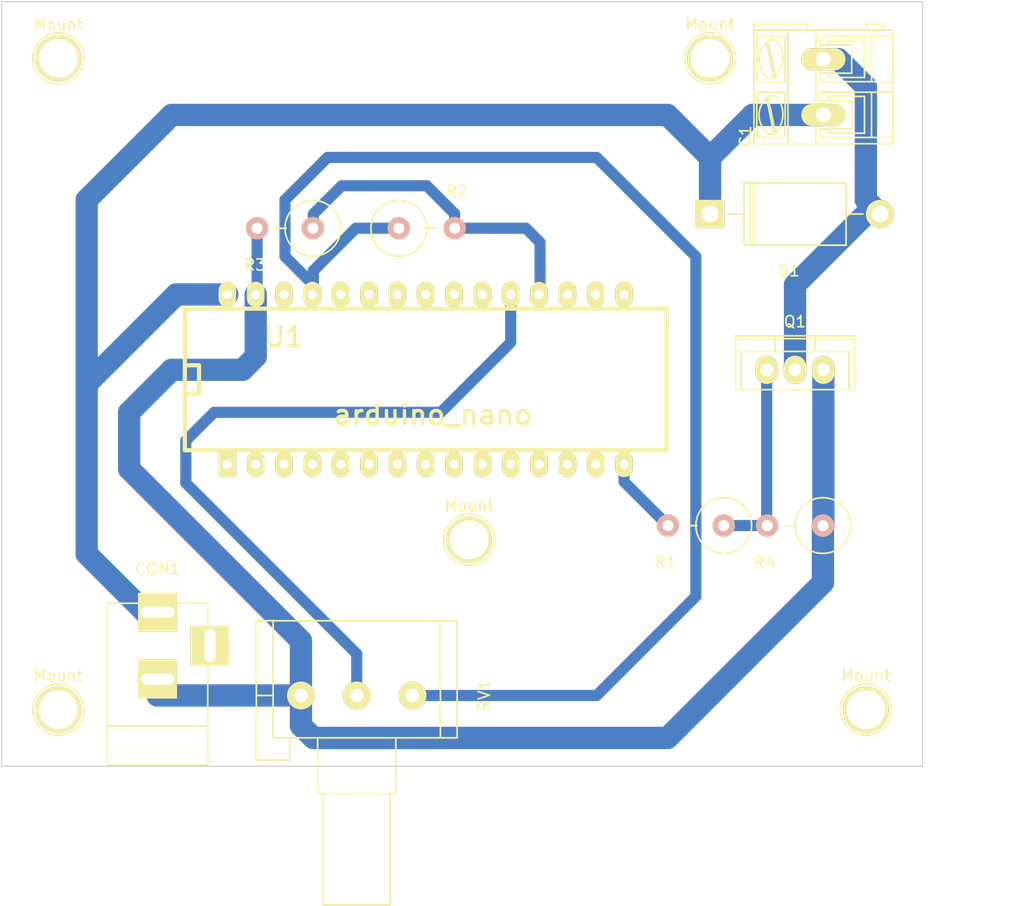
<source format=kicad_pcb>
(kicad_pcb (version 4) (host pcbnew "(2015-08-05 BZR 6055, Git fa29c62)-product")

  (general
    (links 18)
    (no_connects 0)
    (area 109.169999 71.069999 194.630572 152.726081)
    (thickness 1.6)
    (drawings 7)
    (tracks 76)
    (zones 0)
    (modules 15)
    (nets 9)
  )

  (page A4)
  (layers
    (0 F.Cu signal)
    (31 B.Cu signal)
    (32 B.Adhes user)
    (33 F.Adhes user)
    (34 B.Paste user)
    (35 F.Paste user)
    (36 B.SilkS user)
    (37 F.SilkS user)
    (38 B.Mask user)
    (39 F.Mask user)
    (40 Dwgs.User user)
    (41 Cmts.User user)
    (42 Eco1.User user)
    (43 Eco2.User user)
    (44 Edge.Cuts user)
    (45 Margin user)
    (46 B.CrtYd user)
    (47 F.CrtYd user)
    (48 B.Fab user)
    (49 F.Fab user)
  )

  (setup
    (last_trace_width 1)
    (user_trace_width 1)
    (user_trace_width 1.5)
    (user_trace_width 2)
    (trace_clearance 0.254)
    (zone_clearance 0.508)
    (zone_45_only no)
    (trace_min 0.2)
    (segment_width 0.2)
    (edge_width 0.1)
    (via_size 2)
    (via_drill 0.75)
    (via_min_size 0.4)
    (via_min_drill 0.3)
    (uvia_size 2)
    (uvia_drill 1)
    (uvias_allowed no)
    (uvia_min_size 0.2)
    (uvia_min_drill 0.1)
    (pcb_text_width 0.3)
    (pcb_text_size 1.5 1.5)
    (mod_edge_width 0.15)
    (mod_text_size 1 1)
    (mod_text_width 0.15)
    (pad_size 4.1 4.1)
    (pad_drill 3.5)
    (pad_to_mask_clearance 0)
    (aux_axis_origin 0 0)
    (visible_elements 7FFFFFFF)
    (pcbplotparams
      (layerselection 0x00000_80000000)
      (usegerberextensions false)
      (excludeedgelayer false)
      (linewidth 0.100000)
      (plotframeref false)
      (viasonmask false)
      (mode 1)
      (useauxorigin false)
      (hpglpennumber 1)
      (hpglpenspeed 20)
      (hpglpendiameter 15)
      (hpglpenoverlay 2)
      (psnegative false)
      (psa4output false)
      (plotreference true)
      (plotvalue true)
      (plotinvisibletext false)
      (padsonsilk false)
      (subtractmaskfromsilk false)
      (outputformat 4)
      (mirror false)
      (drillshape 2)
      (scaleselection 1)
      (outputdirectory ""))
  )

  (net 0 "")
  (net 1 +12V)
  (net 2 "Net-(C1-Pad2)")
  (net 3 GND)
  (net 4 "Net-(Q1-Pad1)")
  (net 5 "Net-(R1-Pad2)")
  (net 6 +5V)
  (net 7 "Net-(R2-Pad2)")
  (net 8 "Net-(RV1-Pad2)")

  (net_class Default "This is the default net class."
    (clearance 0.254)
    (trace_width 1)
    (via_dia 2)
    (via_drill 0.75)
    (uvia_dia 2)
    (uvia_drill 1)
    (add_net +12V)
    (add_net "Net-(C1-Pad2)")
    (add_net "Net-(Q1-Pad1)")
    (add_net "Net-(R1-Pad2)")
    (add_net "Net-(R2-Pad2)")
    (add_net "Net-(RV1-Pad2)")
  )

  (net_class 5V ""
    (clearance 0.5)
    (trace_width 1.5)
    (via_dia 2.5)
    (via_drill 0.75)
    (uvia_dia 2.5)
    (uvia_drill 1.5)
    (add_net +5V)
  )

  (net_class GND ""
    (clearance 0.5)
    (trace_width 1.5)
    (via_dia 2.5)
    (via_drill 0.75)
    (uvia_dia 2.5)
    (uvia_drill 1.5)
    (add_net GND)
  )

  (module Connect:1pin (layer F.Cu) (tedit 561CEF0E) (tstamp 561CF7A2)
    (at 151.13 119.38)
    (descr "module 1 pin (ou trou mecanique de percage)")
    (tags DEV)
    (fp_text reference Mount (at 0 -3.048) (layer F.SilkS)
      (effects (font (size 1 1) (thickness 0.15)))
    )
    (fp_text value 1pin (at 0 2.794) (layer F.Fab) hide
      (effects (font (size 1 1) (thickness 0.15)))
    )
    (fp_circle (center 0 0) (end 0 -2.286) (layer F.SilkS) (width 0.15))
    (pad 1 thru_hole circle (at 0 0) (size 4.1 4.1) (drill 3.5) (layers *.Cu *.Mask F.SilkS))
  )

  (module Connect:1pin (layer F.Cu) (tedit 561CEF0E) (tstamp 561CF6FE)
    (at 114.3 134.62)
    (descr "module 1 pin (ou trou mecanique de percage)")
    (tags DEV)
    (fp_text reference Mount (at 0 -3.048) (layer F.SilkS)
      (effects (font (size 1 1) (thickness 0.15)))
    )
    (fp_text value 1pin (at 0 2.794) (layer F.Fab) hide
      (effects (font (size 1 1) (thickness 0.15)))
    )
    (fp_circle (center 0 0) (end 0 -2.286) (layer F.SilkS) (width 0.15))
    (pad 1 thru_hole circle (at 0 0) (size 4.1 4.1) (drill 3.5) (layers *.Cu *.Mask F.SilkS))
  )

  (module Connect:1pin (layer F.Cu) (tedit 561CEF0E) (tstamp 561CF15A)
    (at 186.69 134.62)
    (descr "module 1 pin (ou trou mecanique de percage)")
    (tags DEV)
    (fp_text reference Mount (at 0 -3.048) (layer F.SilkS)
      (effects (font (size 1 1) (thickness 0.15)))
    )
    (fp_text value 1pin (at 0 2.794) (layer F.Fab) hide
      (effects (font (size 1 1) (thickness 0.15)))
    )
    (fp_circle (center 0 0) (end 0 -2.286) (layer F.SilkS) (width 0.15))
    (pad 1 thru_hole circle (at 0 0) (size 4.1 4.1) (drill 3.5) (layers *.Cu *.Mask F.SilkS))
  )

  (module Connect:1pin (layer F.Cu) (tedit 561CEF0E) (tstamp 561CF14B)
    (at 172.72 76.2)
    (descr "module 1 pin (ou trou mecanique de percage)")
    (tags DEV)
    (fp_text reference Mount (at 0 -3.048) (layer F.SilkS)
      (effects (font (size 1 1) (thickness 0.15)))
    )
    (fp_text value 1pin (at 0 2.794) (layer F.Fab) hide
      (effects (font (size 1 1) (thickness 0.15)))
    )
    (fp_circle (center 0 0) (end 0 -2.286) (layer F.SilkS) (width 0.15))
    (pad 1 thru_hole circle (at 0 0) (size 4.1 4.1) (drill 3.5) (layers *.Cu *.Mask F.SilkS))
  )

  (module Connect:AK300-2 (layer F.Cu) (tedit 54792136) (tstamp 561CB8E8)
    (at 182.88 81.28 90)
    (descr CONNECTOR)
    (tags CONNECTOR)
    (path /55D488CE)
    (attr virtual)
    (fp_text reference C1 (at -1.92 -6.985 90) (layer F.SilkS)
      (effects (font (size 1 1) (thickness 0.15)))
    )
    (fp_text value DCONN_2 (at 2.779 7.747 90) (layer F.Fab)
      (effects (font (size 1 1) (thickness 0.15)))
    )
    (fp_line (start 8.363 -6.473) (end -2.83 -6.473) (layer F.CrtYd) (width 0.05))
    (fp_line (start 8.363 6.473) (end 8.363 -6.473) (layer F.CrtYd) (width 0.05))
    (fp_line (start -2.83 6.473) (end 8.363 6.473) (layer F.CrtYd) (width 0.05))
    (fp_line (start -2.83 -6.473) (end -2.83 6.473) (layer F.CrtYd) (width 0.05))
    (fp_line (start -1.2596 2.54) (end 1.2804 2.54) (layer F.SilkS) (width 0.15))
    (fp_line (start 1.2804 2.54) (end 1.2804 -0.254) (layer F.SilkS) (width 0.15))
    (fp_line (start -1.2596 -0.254) (end 1.2804 -0.254) (layer F.SilkS) (width 0.15))
    (fp_line (start -1.2596 2.54) (end -1.2596 -0.254) (layer F.SilkS) (width 0.15))
    (fp_line (start 3.7442 2.54) (end 6.2842 2.54) (layer F.SilkS) (width 0.15))
    (fp_line (start 6.2842 2.54) (end 6.2842 -0.254) (layer F.SilkS) (width 0.15))
    (fp_line (start 3.7442 -0.254) (end 6.2842 -0.254) (layer F.SilkS) (width 0.15))
    (fp_line (start 3.7442 2.54) (end 3.7442 -0.254) (layer F.SilkS) (width 0.15))
    (fp_line (start 7.605 -6.223) (end 7.605 -3.175) (layer F.SilkS) (width 0.15))
    (fp_line (start 7.605 -6.223) (end -2.58 -6.223) (layer F.SilkS) (width 0.15))
    (fp_line (start 7.605 -6.223) (end 8.113 -6.223) (layer F.SilkS) (width 0.15))
    (fp_line (start 8.113 -6.223) (end 8.113 -1.397) (layer F.SilkS) (width 0.15))
    (fp_line (start 8.113 -1.397) (end 7.605 -1.651) (layer F.SilkS) (width 0.15))
    (fp_line (start 8.113 5.461) (end 7.605 5.207) (layer F.SilkS) (width 0.15))
    (fp_line (start 7.605 5.207) (end 7.605 6.223) (layer F.SilkS) (width 0.15))
    (fp_line (start 8.113 3.81) (end 7.605 4.064) (layer F.SilkS) (width 0.15))
    (fp_line (start 7.605 4.064) (end 7.605 5.207) (layer F.SilkS) (width 0.15))
    (fp_line (start 8.113 3.81) (end 8.113 5.461) (layer F.SilkS) (width 0.15))
    (fp_line (start 2.9822 6.223) (end 2.9822 4.318) (layer F.SilkS) (width 0.15))
    (fp_line (start 7.0462 -0.254) (end 7.0462 4.318) (layer F.SilkS) (width 0.15))
    (fp_line (start 2.9822 6.223) (end 7.0462 6.223) (layer F.SilkS) (width 0.15))
    (fp_line (start 7.0462 6.223) (end 7.605 6.223) (layer F.SilkS) (width 0.15))
    (fp_line (start 2.0424 6.223) (end 2.0424 4.318) (layer F.SilkS) (width 0.15))
    (fp_line (start 2.0424 6.223) (end 2.9822 6.223) (layer F.SilkS) (width 0.15))
    (fp_line (start -2.0216 -0.254) (end -2.0216 4.318) (layer F.SilkS) (width 0.15))
    (fp_line (start -2.58 6.223) (end -2.0216 6.223) (layer F.SilkS) (width 0.15))
    (fp_line (start -2.0216 6.223) (end 2.0424 6.223) (layer F.SilkS) (width 0.15))
    (fp_line (start 2.9822 4.318) (end 7.0462 4.318) (layer F.SilkS) (width 0.15))
    (fp_line (start 2.9822 4.318) (end 2.9822 -0.254) (layer F.SilkS) (width 0.15))
    (fp_line (start 7.0462 4.318) (end 7.0462 6.223) (layer F.SilkS) (width 0.15))
    (fp_line (start 2.0424 4.318) (end -2.0216 4.318) (layer F.SilkS) (width 0.15))
    (fp_line (start 2.0424 4.318) (end 2.0424 -0.254) (layer F.SilkS) (width 0.15))
    (fp_line (start -2.0216 4.318) (end -2.0216 6.223) (layer F.SilkS) (width 0.15))
    (fp_line (start 6.6652 3.683) (end 6.6652 0.508) (layer F.SilkS) (width 0.15))
    (fp_line (start 6.6652 3.683) (end 3.3632 3.683) (layer F.SilkS) (width 0.15))
    (fp_line (start 3.3632 3.683) (end 3.3632 0.508) (layer F.SilkS) (width 0.15))
    (fp_line (start 1.6614 3.683) (end 1.6614 0.508) (layer F.SilkS) (width 0.15))
    (fp_line (start 1.6614 3.683) (end -1.6406 3.683) (layer F.SilkS) (width 0.15))
    (fp_line (start -1.6406 3.683) (end -1.6406 0.508) (layer F.SilkS) (width 0.15))
    (fp_line (start -1.6406 0.508) (end -1.2596 0.508) (layer F.SilkS) (width 0.15))
    (fp_line (start 1.6614 0.508) (end 1.2804 0.508) (layer F.SilkS) (width 0.15))
    (fp_line (start 3.3632 0.508) (end 3.7442 0.508) (layer F.SilkS) (width 0.15))
    (fp_line (start 6.6652 0.508) (end 6.2842 0.508) (layer F.SilkS) (width 0.15))
    (fp_line (start -2.58 6.223) (end -2.58 -0.635) (layer F.SilkS) (width 0.15))
    (fp_line (start -2.58 -0.635) (end -2.58 -3.175) (layer F.SilkS) (width 0.15))
    (fp_line (start 7.605 -1.651) (end 7.605 -0.635) (layer F.SilkS) (width 0.15))
    (fp_line (start 7.605 -0.635) (end 7.605 4.064) (layer F.SilkS) (width 0.15))
    (fp_line (start -2.58 -3.175) (end 7.605 -3.175) (layer F.SilkS) (width 0.15))
    (fp_line (start -2.58 -3.175) (end -2.58 -6.223) (layer F.SilkS) (width 0.15))
    (fp_line (start 7.605 -3.175) (end 7.605 -1.651) (layer F.SilkS) (width 0.15))
    (fp_line (start 2.9822 -3.429) (end 2.9822 -5.969) (layer F.SilkS) (width 0.15))
    (fp_line (start 2.9822 -5.969) (end 7.0462 -5.969) (layer F.SilkS) (width 0.15))
    (fp_line (start 7.0462 -5.969) (end 7.0462 -3.429) (layer F.SilkS) (width 0.15))
    (fp_line (start 7.0462 -3.429) (end 2.9822 -3.429) (layer F.SilkS) (width 0.15))
    (fp_line (start 2.0424 -3.429) (end 2.0424 -5.969) (layer F.SilkS) (width 0.15))
    (fp_line (start 2.0424 -3.429) (end -2.0216 -3.429) (layer F.SilkS) (width 0.15))
    (fp_line (start -2.0216 -3.429) (end -2.0216 -5.969) (layer F.SilkS) (width 0.15))
    (fp_line (start 2.0424 -5.969) (end -2.0216 -5.969) (layer F.SilkS) (width 0.15))
    (fp_line (start 3.3886 -4.445) (end 6.4366 -5.08) (layer F.SilkS) (width 0.15))
    (fp_line (start 3.5156 -4.318) (end 6.5636 -4.953) (layer F.SilkS) (width 0.15))
    (fp_line (start -1.6152 -4.445) (end 1.43534 -5.08) (layer F.SilkS) (width 0.15))
    (fp_line (start -1.4882 -4.318) (end 1.5598 -4.953) (layer F.SilkS) (width 0.15))
    (fp_line (start -2.0216 -0.254) (end -1.6406 -0.254) (layer F.SilkS) (width 0.15))
    (fp_line (start 2.0424 -0.254) (end 1.6614 -0.254) (layer F.SilkS) (width 0.15))
    (fp_line (start 1.6614 -0.254) (end -1.6406 -0.254) (layer F.SilkS) (width 0.15))
    (fp_line (start -2.58 -0.635) (end -1.6406 -0.635) (layer F.SilkS) (width 0.15))
    (fp_line (start -1.6406 -0.635) (end 1.6614 -0.635) (layer F.SilkS) (width 0.15))
    (fp_line (start 1.6614 -0.635) (end 3.3632 -0.635) (layer F.SilkS) (width 0.15))
    (fp_line (start 7.605 -0.635) (end 6.6652 -0.635) (layer F.SilkS) (width 0.15))
    (fp_line (start 6.6652 -0.635) (end 3.3632 -0.635) (layer F.SilkS) (width 0.15))
    (fp_line (start 7.0462 -0.254) (end 6.6652 -0.254) (layer F.SilkS) (width 0.15))
    (fp_line (start 2.9822 -0.254) (end 3.3632 -0.254) (layer F.SilkS) (width 0.15))
    (fp_line (start 3.3632 -0.254) (end 6.6652 -0.254) (layer F.SilkS) (width 0.15))
    (fp_arc (start 6.0302 -4.59486) (end 6.53566 -5.05206) (angle 90.5) (layer F.SilkS) (width 0.15))
    (fp_arc (start 5.065 -6.0706) (end 6.52804 -4.11734) (angle 75.5) (layer F.SilkS) (width 0.15))
    (fp_arc (start 4.98626 -3.7084) (end 3.3886 -5.0038) (angle 100) (layer F.SilkS) (width 0.15))
    (fp_arc (start 3.8712 -4.64566) (end 3.58164 -4.1275) (angle 104.2) (layer F.SilkS) (width 0.15))
    (fp_arc (start 1.0264 -4.59486) (end 1.5344 -5.05206) (angle 90.5) (layer F.SilkS) (width 0.15))
    (fp_arc (start 0.06374 -6.0706) (end 1.52678 -4.11734) (angle 75.5) (layer F.SilkS) (width 0.15))
    (fp_arc (start -0.01246 -3.7084) (end -1.6152 -5.0038) (angle 100) (layer F.SilkS) (width 0.15))
    (fp_arc (start -1.1326 -4.64566) (end -1.41962 -4.1275) (angle 104.2) (layer F.SilkS) (width 0.15))
    (pad 1 thru_hole oval (at 0 0 90) (size 1.9812 3.9624) (drill 1.3208) (layers *.Cu F.Paste F.SilkS F.Mask)
      (net 1 +12V))
    (pad 2 thru_hole oval (at 5 0 90) (size 1.9812 3.9624) (drill 1.3208) (layers *.Cu F.Paste F.SilkS F.Mask)
      (net 2 "Net-(C1-Pad2)"))
  )

  (module Connect:BARREL_JACK (layer F.Cu) (tedit 0) (tstamp 561CB8F4)
    (at 123.19 132.08 90)
    (descr "DC Barrel Jack")
    (tags "Power Jack")
    (path /55D47E87)
    (fp_text reference CON1 (at 10.09904 0 180) (layer F.SilkS)
      (effects (font (size 1 1) (thickness 0.15)))
    )
    (fp_text value BARREL_JACK (at 0 -5.99948 90) (layer F.Fab)
      (effects (font (size 1 1) (thickness 0.15)))
    )
    (fp_line (start -4.0005 -4.50088) (end -4.0005 4.50088) (layer F.SilkS) (width 0.15))
    (fp_line (start -7.50062 -4.50088) (end -7.50062 4.50088) (layer F.SilkS) (width 0.15))
    (fp_line (start -7.50062 4.50088) (end 7.00024 4.50088) (layer F.SilkS) (width 0.15))
    (fp_line (start 7.00024 4.50088) (end 7.00024 -4.50088) (layer F.SilkS) (width 0.15))
    (fp_line (start 7.00024 -4.50088) (end -7.50062 -4.50088) (layer F.SilkS) (width 0.15))
    (pad 1 thru_hole rect (at 6.20014 0 90) (size 3.50012 3.50012) (drill oval 1.00076 2.99974) (layers *.Cu *.Mask F.SilkS)
      (net 1 +12V))
    (pad 2 thru_hole rect (at 0.20066 0 90) (size 3.50012 3.50012) (drill oval 1.00076 2.99974) (layers *.Cu *.Mask F.SilkS)
      (net 3 GND))
    (pad 3 thru_hole rect (at 3.2004 4.699 90) (size 3.50012 3.50012) (drill oval 2.99974 1.00076) (layers *.Cu *.Mask F.SilkS))
  )

  (module Diodes_ThroughHole:Diode_DO-201AD_Horizontal_RM15 (layer F.Cu) (tedit 552FFBC7) (tstamp 561CB903)
    (at 172.72 90.17)
    (descr "Diode DO-201AD Horizontal")
    (tags "Diode DO-201AD Horizontal SB320 SB340 SB360")
    (path /55D45780)
    (fp_text reference D1 (at 7.06722 5.07704) (layer F.SilkS)
      (effects (font (size 1 1) (thickness 0.15)))
    )
    (fp_text value 1N4004 (at 7.82922 -4.82896) (layer F.Fab)
      (effects (font (size 1 1) (thickness 0.15)))
    )
    (fp_line (start 12.19322 -0.00296) (end 13.71722 -0.00296) (layer F.SilkS) (width 0.15))
    (fp_line (start 3.04922 -0.00296) (end 1.52522 -0.00296) (layer F.SilkS) (width 0.15))
    (fp_line (start 4.06522 -2.79696) (end 4.06522 2.79104) (layer F.SilkS) (width 0.15))
    (fp_line (start 3.81122 -2.79696) (end 3.81122 2.79104) (layer F.SilkS) (width 0.15))
    (fp_line (start 3.55722 -2.79696) (end 3.55722 2.79104) (layer F.SilkS) (width 0.15))
    (fp_line (start 3.04922 2.79104) (end 3.04922 -2.79696) (layer F.SilkS) (width 0.15))
    (fp_line (start 3.04922 -2.79696) (end 12.19322 -2.79696) (layer F.SilkS) (width 0.15))
    (fp_line (start 12.19322 -2.79696) (end 12.19322 2.79104) (layer F.SilkS) (width 0.15))
    (fp_line (start 12.19322 2.79104) (end 3.04922 2.79104) (layer F.SilkS) (width 0.15))
    (pad 2 thru_hole circle (at 15.24122 -0.00296 180) (size 2.54 2.54) (drill 1.50114) (layers *.Cu *.Mask F.SilkS)
      (net 2 "Net-(C1-Pad2)"))
    (pad 1 thru_hole rect (at 0.00122 -0.00296 180) (size 2.54 2.54) (drill 1.50114) (layers *.Cu *.Mask F.SilkS)
      (net 1 +12V))
  )

  (module Power_Integrations:TO-220 (layer F.Cu) (tedit 0) (tstamp 561CB914)
    (at 180.34 104.14)
    (descr "Non Isolated JEDEC TO-220 Package")
    (tags "Power Integration YN Package")
    (path /561BC42C)
    (fp_text reference Q1 (at 0 -4.318) (layer F.SilkS)
      (effects (font (size 1 1) (thickness 0.15)))
    )
    (fp_text value IRL540N (at 0 -4.318) (layer F.Fab)
      (effects (font (size 1 1) (thickness 0.15)))
    )
    (fp_line (start 4.826 -1.651) (end 4.826 1.778) (layer F.SilkS) (width 0.15))
    (fp_line (start -4.826 -1.651) (end -4.826 1.778) (layer F.SilkS) (width 0.15))
    (fp_line (start 5.334 -2.794) (end -5.334 -2.794) (layer F.SilkS) (width 0.15))
    (fp_line (start 1.778 -1.778) (end 1.778 -3.048) (layer F.SilkS) (width 0.15))
    (fp_line (start -1.778 -1.778) (end -1.778 -3.048) (layer F.SilkS) (width 0.15))
    (fp_line (start -5.334 -1.651) (end 5.334 -1.651) (layer F.SilkS) (width 0.15))
    (fp_line (start 5.334 1.778) (end -5.334 1.778) (layer F.SilkS) (width 0.15))
    (fp_line (start -5.334 -3.048) (end -5.334 1.778) (layer F.SilkS) (width 0.15))
    (fp_line (start 5.334 -3.048) (end 5.334 1.778) (layer F.SilkS) (width 0.15))
    (fp_line (start 5.334 -3.048) (end -5.334 -3.048) (layer F.SilkS) (width 0.15))
    (pad 2 thru_hole oval (at 0 0) (size 2.032 2.54) (drill 1.143) (layers *.Cu *.Mask F.SilkS)
      (net 2 "Net-(C1-Pad2)"))
    (pad 3 thru_hole oval (at 2.54 0) (size 2.032 2.54) (drill 1.143) (layers *.Cu *.Mask F.SilkS)
      (net 3 GND))
    (pad 1 thru_hole oval (at -2.54 0) (size 2.032 2.54) (drill 1.143) (layers *.Cu *.Mask F.SilkS)
      (net 4 "Net-(Q1-Pad1)"))
  )

  (module Resistors_ThroughHole:Resistor_Vertical_RM5mm (layer F.Cu) (tedit 0) (tstamp 561CB91A)
    (at 171.45 118.11 180)
    (descr "Resistor, Vertical, RM 5mm, 1/3W,")
    (tags "Resistor, Vertical, RM 5mm, 1/3W,")
    (path /561BC62C)
    (fp_text reference R1 (at 2.70002 -3.29946 180) (layer F.SilkS)
      (effects (font (size 1 1) (thickness 0.15)))
    )
    (fp_text value 1K (at 0 4.50088 180) (layer F.Fab)
      (effects (font (size 1 1) (thickness 0.15)))
    )
    (fp_line (start -0.09906 0) (end 0.9017 0) (layer F.SilkS) (width 0.15))
    (fp_circle (center -2.49936 0) (end 0 0) (layer F.SilkS) (width 0.15))
    (pad 1 thru_hole circle (at -2.49936 0 180) (size 1.99898 1.99898) (drill 1.00076) (layers *.Cu *.SilkS *.Mask)
      (net 4 "Net-(Q1-Pad1)"))
    (pad 2 thru_hole circle (at 2.5019 0 180) (size 1.99898 1.99898) (drill 1.00076) (layers *.Cu *.SilkS *.Mask)
      (net 5 "Net-(R1-Pad2)"))
  )

  (module Resistors_ThroughHole:Resistor_Vertical_RM5mm (layer F.Cu) (tedit 0) (tstamp 561CB920)
    (at 147.32 91.44)
    (descr "Resistor, Vertical, RM 5mm, 1/3W,")
    (tags "Resistor, Vertical, RM 5mm, 1/3W,")
    (path /55D5A9D9)
    (fp_text reference R2 (at 2.70002 -3.29946) (layer F.SilkS)
      (effects (font (size 1 1) (thickness 0.15)))
    )
    (fp_text value PHOTORESISTOR (at 0 4.50088) (layer F.Fab)
      (effects (font (size 1 1) (thickness 0.15)))
    )
    (fp_line (start -0.09906 0) (end 0.9017 0) (layer F.SilkS) (width 0.15))
    (fp_circle (center -2.49936 0) (end 0 0) (layer F.SilkS) (width 0.15))
    (pad 1 thru_hole circle (at -2.49936 0) (size 1.99898 1.99898) (drill 1.00076) (layers *.Cu *.SilkS *.Mask)
      (net 6 +5V))
    (pad 2 thru_hole circle (at 2.5019 0) (size 1.99898 1.99898) (drill 1.00076) (layers *.Cu *.SilkS *.Mask)
      (net 7 "Net-(R2-Pad2)"))
  )

  (module Resistors_ThroughHole:Resistor_Vertical_RM5mm (layer F.Cu) (tedit 0) (tstamp 561CB926)
    (at 134.62 91.44 180)
    (descr "Resistor, Vertical, RM 5mm, 1/3W,")
    (tags "Resistor, Vertical, RM 5mm, 1/3W,")
    (path /55D5AD14)
    (fp_text reference R3 (at 2.70002 -3.29946 180) (layer F.SilkS)
      (effects (font (size 1 1) (thickness 0.15)))
    )
    (fp_text value 470 (at 0 4.50088 180) (layer F.Fab)
      (effects (font (size 1 1) (thickness 0.15)))
    )
    (fp_line (start -0.09906 0) (end 0.9017 0) (layer F.SilkS) (width 0.15))
    (fp_circle (center -2.49936 0) (end 0 0) (layer F.SilkS) (width 0.15))
    (pad 1 thru_hole circle (at -2.49936 0 180) (size 1.99898 1.99898) (drill 1.00076) (layers *.Cu *.SilkS *.Mask)
      (net 7 "Net-(R2-Pad2)"))
    (pad 2 thru_hole circle (at 2.5019 0 180) (size 1.99898 1.99898) (drill 1.00076) (layers *.Cu *.SilkS *.Mask)
      (net 3 GND))
  )

  (module Resistors_ThroughHole:Resistor_Vertical_RM5mm (layer F.Cu) (tedit 0) (tstamp 561CB92C)
    (at 180.34 118.11 180)
    (descr "Resistor, Vertical, RM 5mm, 1/3W,")
    (tags "Resistor, Vertical, RM 5mm, 1/3W,")
    (path /561BC892)
    (fp_text reference R4 (at 2.70002 -3.29946 180) (layer F.SilkS)
      (effects (font (size 1 1) (thickness 0.15)))
    )
    (fp_text value 10K (at 0 4.50088 180) (layer F.Fab)
      (effects (font (size 1 1) (thickness 0.15)))
    )
    (fp_line (start -0.09906 0) (end 0.9017 0) (layer F.SilkS) (width 0.15))
    (fp_circle (center -2.49936 0) (end 0 0) (layer F.SilkS) (width 0.15))
    (pad 1 thru_hole circle (at -2.49936 0 180) (size 1.99898 1.99898) (drill 1.00076) (layers *.Cu *.SilkS *.Mask)
      (net 3 GND))
    (pad 2 thru_hole circle (at 2.5019 0 180) (size 1.99898 1.99898) (drill 1.00076) (layers *.Cu *.SilkS *.Mask)
      (net 4 "Net-(Q1-Pad1)"))
  )

  (module Potentiometers:Potentiometer_Alps-RK16-single (layer F.Cu) (tedit 5446FD75) (tstamp 561CB946)
    (at 146.05 133.35 270)
    (descr "Potentiometer, Alps, RK16, single, RevA, 30 July 2010,")
    (tags "Potentiometer, Alps, RK16, single, RevA, 30 July 2010,")
    (path /55E93CB9)
    (fp_text reference RV1 (at 0 -6.42874 270) (layer F.SilkS)
      (effects (font (size 1 1) (thickness 0.15)))
    )
    (fp_text value POT (at 0 16.43126 270) (layer F.Fab)
      (effects (font (size 1 1) (thickness 0.15)))
    )
    (fp_line (start 0 14.00048) (end -6.70052 14.00048) (layer F.SilkS) (width 0.15))
    (fp_line (start -6.70052 14.00048) (end -6.70052 12.40028) (layer F.SilkS) (width 0.15))
    (fp_line (start 3.79984 -2.49936) (end 3.79984 -3.99796) (layer F.SilkS) (width 0.15))
    (fp_line (start 3.79984 -3.99796) (end -6.70052 -3.99796) (layer F.SilkS) (width 0.15))
    (fp_line (start -6.70052 -3.99796) (end -6.70052 -2.49936) (layer F.SilkS) (width 0.15))
    (fp_line (start 3.79984 11.00074) (end 5.79882 11.00074) (layer F.SilkS) (width 0.15))
    (fp_line (start 5.79882 11.00074) (end 5.79882 14.00048) (layer F.SilkS) (width 0.15))
    (fp_line (start 5.79882 14.00048) (end 0 14.00048) (layer F.SilkS) (width 0.15))
    (fp_line (start 0 14.00048) (end 0 12.50188) (layer F.SilkS) (width 0.15))
    (fp_line (start 8.8011 2.00152) (end 18.80108 2.00152) (layer F.SilkS) (width 0.15))
    (fp_line (start 18.80108 2.00152) (end 18.80108 8.001) (layer F.SilkS) (width 0.15))
    (fp_line (start 18.80108 8.001) (end 8.8011 8.001) (layer F.SilkS) (width 0.15))
    (fp_line (start 3.79984 1.50114) (end 8.8011 1.50114) (layer F.SilkS) (width 0.15))
    (fp_line (start 8.8011 1.50114) (end 8.8011 8.50138) (layer F.SilkS) (width 0.15))
    (fp_line (start 8.8011 8.50138) (end 3.79984 8.50138) (layer F.SilkS) (width 0.15))
    (fp_line (start 3.79984 -2.49936) (end -6.70052 -2.49936) (layer F.SilkS) (width 0.15))
    (fp_line (start -6.70052 -2.49936) (end -6.70052 12.50188) (layer F.SilkS) (width 0.15))
    (fp_line (start -6.70052 12.50188) (end 3.79984 12.50188) (layer F.SilkS) (width 0.15))
    (fp_line (start 3.79984 12.50188) (end 3.79984 -2.49936) (layer F.SilkS) (width 0.15))
    (pad 2 thru_hole circle (at 0 5.00126 270) (size 2.49936 2.49936) (drill 1.19888) (layers *.Cu *.Mask F.SilkS)
      (net 8 "Net-(RV1-Pad2)"))
    (pad 3 thru_hole circle (at 0 10.00252 270) (size 2.49936 2.49936) (drill 1.19888) (layers *.Cu *.Mask F.SilkS)
      (net 3 GND))
    (pad 1 thru_hole circle (at 0 0 270) (size 2.49936 2.49936) (drill 1.19888) (layers *.Cu *.Mask F.SilkS)
      (net 6 +5V))
  )

  (module lib:arduino_nano (layer F.Cu) (tedit 55D5B92E) (tstamp 561CB968)
    (at 148.5011 105.0036)
    (descr "30 pins DIL package, elliptical pads, width 600mil (arduino nano)")
    (tags "DIL arduino nano")
    (path /55D46E8E)
    (fp_text reference U1 (at -13.97 -3.81) (layer F.SilkS)
      (effects (font (size 1.778 1.778) (thickness 0.3048)))
    )
    (fp_text value arduino_nano (at -0.635 3.175) (layer F.SilkS)
      (effects (font (size 1.778 1.778) (thickness 0.3048)))
    )
    (fp_line (start -22.86 -6.35) (end 20.32 -6.35) (layer F.SilkS) (width 0.381))
    (fp_line (start 20.32 -6.35) (end 20.32 6.35) (layer F.SilkS) (width 0.381))
    (fp_line (start 20.32 6.35) (end -22.86 6.35) (layer F.SilkS) (width 0.381))
    (fp_line (start -22.86 6.35) (end -22.86 -6.35) (layer F.SilkS) (width 0.381))
    (fp_line (start -22.86 1.27) (end -21.59 1.27) (layer F.SilkS) (width 0.381))
    (fp_line (start -21.59 1.27) (end -21.59 -1.27) (layer F.SilkS) (width 0.381))
    (fp_line (start -21.59 -1.27) (end -22.86 -1.27) (layer F.SilkS) (width 0.381))
    (pad TX1 thru_hole rect (at -19.05 7.62) (size 1.5748 2.286) (drill 0.8128) (layers *.Cu *.Mask F.SilkS))
    (pad RX0 thru_hole oval (at -16.51 7.62) (size 1.5748 2.286) (drill 0.8128) (layers *.Cu *.Mask F.SilkS))
    (pad RST1 thru_hole oval (at -13.97 7.62) (size 1.5748 2.286) (drill 0.8128) (layers *.Cu *.Mask F.SilkS))
    (pad GND1 thru_hole oval (at -11.43 7.62) (size 1.5748 2.286) (drill 0.8128) (layers *.Cu *.Mask F.SilkS))
    (pad D2 thru_hole oval (at -8.89 7.62) (size 1.5748 2.286) (drill 0.8128) (layers *.Cu *.Mask F.SilkS))
    (pad D3 thru_hole oval (at -6.35 7.62) (size 1.5748 2.286) (drill 0.8128) (layers *.Cu *.Mask F.SilkS))
    (pad D4 thru_hole oval (at -3.81 7.62) (size 1.5748 2.286) (drill 0.8128) (layers *.Cu *.Mask F.SilkS))
    (pad D5 thru_hole oval (at -1.27 7.62) (size 1.5748 2.286) (drill 0.8128) (layers *.Cu *.Mask F.SilkS))
    (pad D6 thru_hole oval (at 1.27 7.62) (size 1.5748 2.286) (drill 0.8128) (layers *.Cu *.Mask F.SilkS))
    (pad D7 thru_hole oval (at 3.81 7.62) (size 1.5748 2.286) (drill 0.8128) (layers *.Cu *.Mask F.SilkS))
    (pad D8 thru_hole oval (at 6.35 7.62) (size 1.5748 2.286) (drill 0.8128) (layers *.Cu *.Mask F.SilkS))
    (pad D9 thru_hole oval (at 8.89 7.62) (size 1.5748 2.286) (drill 0.8128) (layers *.Cu *.Mask F.SilkS))
    (pad D10 thru_hole oval (at 11.43 7.62) (size 1.5748 2.286) (drill 0.8128) (layers *.Cu *.Mask F.SilkS))
    (pad D11 thru_hole oval (at 13.97 7.62) (size 1.5748 2.286) (drill 0.8128) (layers *.Cu *.Mask F.SilkS))
    (pad D12 thru_hole oval (at 16.51 7.62) (size 1.5748 2.286) (drill 0.8128) (layers *.Cu *.Mask F.SilkS)
      (net 5 "Net-(R1-Pad2)"))
    (pad D13 thru_hole oval (at 16.51 -7.62) (size 1.5748 2.286) (drill 0.8128) (layers *.Cu *.Mask F.SilkS))
    (pad 3V3 thru_hole oval (at 13.97 -7.62) (size 1.5748 2.286) (drill 0.8128) (layers *.Cu *.Mask F.SilkS))
    (pad REF thru_hole oval (at 11.43 -7.62) (size 1.5748 2.286) (drill 0.8128) (layers *.Cu *.Mask F.SilkS))
    (pad A0 thru_hole oval (at 8.89 -7.62) (size 1.5748 2.286) (drill 0.8128) (layers *.Cu *.Mask F.SilkS)
      (net 7 "Net-(R2-Pad2)"))
    (pad A1 thru_hole oval (at 6.35 -7.62) (size 1.5748 2.286) (drill 0.8128) (layers *.Cu *.Mask F.SilkS)
      (net 8 "Net-(RV1-Pad2)"))
    (pad A2 thru_hole oval (at 3.81 -7.62) (size 1.5748 2.286) (drill 0.8128) (layers *.Cu *.Mask F.SilkS))
    (pad A3 thru_hole oval (at 1.27 -7.62) (size 1.5748 2.286) (drill 0.8128) (layers *.Cu *.Mask F.SilkS))
    (pad A4 thru_hole oval (at -1.27 -7.62) (size 1.5748 2.286) (drill 0.8128) (layers *.Cu *.Mask F.SilkS))
    (pad A5 thru_hole oval (at -3.81 -7.62) (size 1.5748 2.286) (drill 0.8128) (layers *.Cu *.Mask F.SilkS))
    (pad A6 thru_hole oval (at -6.35 -7.62) (size 1.5748 2.286) (drill 0.8128) (layers *.Cu *.Mask F.SilkS))
    (pad A7 thru_hole oval (at -8.89 -7.62) (size 1.5748 2.286) (drill 0.8128) (layers *.Cu *.Mask F.SilkS))
    (pad 5V thru_hole oval (at -11.43 -7.62) (size 1.5748 2.286) (drill 0.8128) (layers *.Cu *.Mask F.SilkS)
      (net 6 +5V))
    (pad RST thru_hole oval (at -13.97 -7.62) (size 1.5748 2.286) (drill 0.8128) (layers *.Cu *.Mask F.SilkS))
    (pad GND thru_hole oval (at -16.51 -7.62) (size 1.5748 2.286) (drill 0.8128) (layers *.Cu *.Mask F.SilkS)
      (net 3 GND))
    (pad VIN thru_hole oval (at -19.05 -7.62) (size 1.5748 2.286) (drill 0.8128) (layers *.Cu *.Mask F.SilkS)
      (net 1 +12V))
  )

  (module Connect:1pin (layer F.Cu) (tedit 561CEF0E) (tstamp 561CEEB6)
    (at 114.3 76.2)
    (descr "module 1 pin (ou trou mecanique de percage)")
    (tags DEV)
    (fp_text reference Mount (at 0 -3.048) (layer F.SilkS)
      (effects (font (size 1 1) (thickness 0.15)))
    )
    (fp_text value 1pin (at 0 2.794) (layer F.Fab) hide
      (effects (font (size 1 1) (thickness 0.15)))
    )
    (fp_circle (center 0 0) (end 0 -2.286) (layer F.SilkS) (width 0.15))
    (pad 1 thru_hole circle (at 0 0) (size 4.1 4.1) (drill 3.5) (layers *.Cu *.Mask F.SilkS))
  )

  (dimension 68.58 (width 0.3) (layer Dwgs.User)
    (gr_text "68,580 mm" (at 198.2 105.41 270) (layer Dwgs.User)
      (effects (font (size 1.5 1.5) (thickness 0.3)))
    )
    (feature1 (pts (xy 191.77 139.7) (xy 199.55 139.7)))
    (feature2 (pts (xy 191.77 71.12) (xy 199.55 71.12)))
    (crossbar (pts (xy 196.85 71.12) (xy 196.85 139.7)))
    (arrow1a (pts (xy 196.85 139.7) (xy 196.263579 138.573496)))
    (arrow1b (pts (xy 196.85 139.7) (xy 197.436421 138.573496)))
    (arrow2a (pts (xy 196.85 71.12) (xy 196.263579 72.246504)))
    (arrow2b (pts (xy 196.85 71.12) (xy 197.436421 72.246504)))
  )
  (dimension 82.55 (width 0.3) (layer Dwgs.User)
    (gr_text "82,550 mm" (at 150.495 146.13) (layer Dwgs.User)
      (effects (font (size 1.5 1.5) (thickness 0.3)))
    )
    (feature1 (pts (xy 191.77 139.7) (xy 191.77 147.48)))
    (feature2 (pts (xy 109.22 139.7) (xy 109.22 147.48)))
    (crossbar (pts (xy 109.22 144.78) (xy 191.77 144.78)))
    (arrow1a (pts (xy 191.77 144.78) (xy 190.643496 145.366421)))
    (arrow1b (pts (xy 191.77 144.78) (xy 190.643496 144.193579)))
    (arrow2a (pts (xy 109.22 144.78) (xy 110.346504 145.366421)))
    (arrow2b (pts (xy 109.22 144.78) (xy 110.346504 144.193579)))
  )
  (gr_line (start 110.49 71.12) (end 109.22 71.12) (angle 90) (layer Edge.Cuts) (width 0.1))
  (gr_line (start 109.22 139.7) (end 109.22 71.12) (angle 90) (layer Edge.Cuts) (width 0.1))
  (gr_line (start 191.77 139.7) (end 109.22 139.7) (angle 90) (layer Edge.Cuts) (width 0.1))
  (gr_line (start 191.77 71.12) (end 191.77 139.7) (angle 90) (layer Edge.Cuts) (width 0.1))
  (gr_line (start 110.49 71.12) (end 191.77 71.12) (angle 90) (layer Edge.Cuts) (width 0.1))

  (segment (start 123.19 125.87986) (end 122.06986 125.87986) (width 2) (layer B.Cu) (net 1))
  (segment (start 122.06986 125.87986) (end 116.84 120.65) (width 2) (layer B.Cu) (net 1) (tstamp 561CF4FF))
  (segment (start 116.84 120.65) (end 116.84 105.41) (width 2) (layer B.Cu) (net 1) (tstamp 561CF506))
  (segment (start 172.72122 85.09122) (end 172.72122 85.08878) (width 2) (layer B.Cu) (net 1))
  (segment (start 176.53 81.28) (end 182.88 81.28) (width 2) (layer B.Cu) (net 1) (tstamp 561CCE43))
  (segment (start 172.72122 85.08878) (end 176.53 81.28) (width 2) (layer B.Cu) (net 1) (tstamp 561CCE3F))
  (segment (start 116.84 105.41) (end 116.84 88.9) (width 2) (layer B.Cu) (net 1))
  (segment (start 172.72122 85.09122) (end 172.72122 90.16704) (width 2) (layer B.Cu) (net 1) (tstamp 561CC7D3))
  (segment (start 168.91 81.28) (end 172.72122 85.09122) (width 2) (layer B.Cu) (net 1) (tstamp 561CC7CB))
  (segment (start 124.46 81.28) (end 168.91 81.28) (width 2) (layer B.Cu) (net 1) (tstamp 561CC7C4))
  (segment (start 116.84 88.9) (end 124.46 81.28) (width 2) (layer B.Cu) (net 1) (tstamp 561CC7BA))
  (segment (start 124.8664 97.3836) (end 129.4511 97.3836) (width 2) (layer B.Cu) (net 1) (tstamp 561CC732))
  (segment (start 116.84 105.41) (end 124.8664 97.3836) (width 2) (layer B.Cu) (net 1) (tstamp 561CC727))
  (segment (start 180.34 104.14) (end 180.34 96.52) (width 2) (layer B.Cu) (net 2))
  (segment (start 180.34 96.52) (end 186.69296 90.16704) (width 2) (layer B.Cu) (net 2) (tstamp 561CCEAA))
  (segment (start 186.69296 90.16704) (end 187.96122 90.16704) (width 2) (layer B.Cu) (net 2) (tstamp 561CCEAC))
  (segment (start 182.88 76.28) (end 184.23 76.28) (width 2) (layer B.Cu) (net 2))
  (segment (start 184.23 76.28) (end 186.69 78.74) (width 2) (layer B.Cu) (net 2) (tstamp 561CCE94))
  (segment (start 186.69 88.89582) (end 187.96122 90.16704) (width 2) (layer B.Cu) (net 2) (tstamp 561CCE99))
  (segment (start 186.69 78.74) (end 186.69 88.89582) (width 2) (layer B.Cu) (net 2) (tstamp 561CCE97))
  (segment (start 136.04748 133.35) (end 136.04748 128.42748) (width 2) (layer B.Cu) (net 3))
  (segment (start 131.9911 102.9589) (end 131.9911 97.3836) (width 2) (layer B.Cu) (net 3) (tstamp 561CF589))
  (segment (start 130.81 104.14) (end 131.9911 102.9589) (width 2) (layer B.Cu) (net 3) (tstamp 561CF586))
  (segment (start 124.46 104.14) (end 130.81 104.14) (width 2) (layer B.Cu) (net 3) (tstamp 561CF584))
  (segment (start 120.65 107.95) (end 124.46 104.14) (width 2) (layer B.Cu) (net 3) (tstamp 561CF57E))
  (segment (start 120.65 113.03) (end 120.65 107.95) (width 2) (layer B.Cu) (net 3) (tstamp 561CF57A))
  (segment (start 124.46 116.84) (end 120.65 113.03) (width 2) (layer B.Cu) (net 3) (tstamp 561CF577))
  (segment (start 136.04748 128.42748) (end 124.46 116.84) (width 2) (layer B.Cu) (net 3) (tstamp 561CF576))
  (segment (start 123.19 131.87934) (end 123.19 133.35) (width 2) (layer B.Cu) (net 3))
  (segment (start 123.19 133.35) (end 136.04748 133.35) (width 2) (layer B.Cu) (net 3) (tstamp 561CF56C))
  (segment (start 136.04748 133.35) (end 136.04748 136.04748) (width 2) (layer B.Cu) (net 3))
  (segment (start 182.83936 123.23064) (end 182.83936 118.11) (width 2) (layer B.Cu) (net 3) (tstamp 561CF51E))
  (segment (start 168.91 137.16) (end 182.83936 123.23064) (width 2) (layer B.Cu) (net 3) (tstamp 561CF51C))
  (segment (start 137.16 137.16) (end 168.91 137.16) (width 2) (layer B.Cu) (net 3) (tstamp 561CF518))
  (segment (start 136.04748 136.04748) (end 137.16 137.16) (width 2) (layer B.Cu) (net 3) (tstamp 561CF514))
  (segment (start 132.1181 91.44) (end 132.1181 97.2566) (width 1) (layer B.Cu) (net 3))
  (segment (start 132.1181 97.2566) (end 131.9911 97.3836) (width 1) (layer B.Cu) (net 3) (tstamp 561CE914))
  (segment (start 182.88 104.14) (end 182.88 118.06936) (width 2) (layer B.Cu) (net 3))
  (segment (start 182.88 118.06936) (end 182.83936 118.11) (width 2) (layer B.Cu) (net 3) (tstamp 561CD3DE))
  (segment (start 132.1181 97.2566) (end 131.9911 97.3836) (width 1) (layer B.Cu) (net 3) (tstamp 561CD280))
  (segment (start 177.8381 118.11) (end 173.94936 118.11) (width 1) (layer B.Cu) (net 4))
  (segment (start 177.8 104.14) (end 177.8 118.0719) (width 1) (layer B.Cu) (net 4))
  (segment (start 177.8 118.0719) (end 177.8381 118.11) (width 1) (layer B.Cu) (net 4) (tstamp 561CD514))
  (segment (start 165.0111 112.6236) (end 165.0111 114.173) (width 1) (layer B.Cu) (net 5))
  (segment (start 165.0111 114.173) (end 168.9481 118.11) (width 1) (layer B.Cu) (net 5) (tstamp 561CD29F))
  (segment (start 137.0711 97.3836) (end 137.0711 96.4311) (width 1) (layer B.Cu) (net 6))
  (segment (start 137.0711 96.4311) (end 134.62 93.98) (width 1) (layer B.Cu) (net 6) (tstamp 561CF6BC))
  (segment (start 162.56 133.35) (end 146.05 133.35) (width 1) (layer B.Cu) (net 6) (tstamp 561CF6D6))
  (segment (start 171.45 124.46) (end 162.56 133.35) (width 1) (layer B.Cu) (net 6) (tstamp 561CF6D1))
  (segment (start 171.45 93.98) (end 171.45 124.46) (width 1) (layer B.Cu) (net 6) (tstamp 561CF6CB))
  (segment (start 162.56 85.09) (end 171.45 93.98) (width 1) (layer B.Cu) (net 6) (tstamp 561CF6C7))
  (segment (start 138.43 85.09) (end 162.56 85.09) (width 1) (layer B.Cu) (net 6) (tstamp 561CF6C4))
  (segment (start 134.62 88.9) (end 138.43 85.09) (width 1) (layer B.Cu) (net 6) (tstamp 561CF6C0))
  (segment (start 134.62 93.98) (end 134.62 88.9) (width 1) (layer B.Cu) (net 6) (tstamp 561CF6BE))
  (segment (start 144.82064 91.44) (end 140.97 91.44) (width 1) (layer B.Cu) (net 6))
  (segment (start 137.16 95.25) (end 137.16 97.2947) (width 1) (layer B.Cu) (net 6) (tstamp 561CE645))
  (segment (start 138.43 93.98) (end 137.16 95.25) (width 1) (layer B.Cu) (net 6) (tstamp 561CE644))
  (segment (start 140.97 91.44) (end 138.43 93.98) (width 1) (layer B.Cu) (net 6) (tstamp 561CE640))
  (segment (start 137.16 97.2947) (end 137.0711 97.3836) (width 1) (layer B.Cu) (net 6) (tstamp 561CE648))
  (segment (start 149.8219 91.44) (end 156.21 91.44) (width 1) (layer B.Cu) (net 7))
  (segment (start 157.48 92.71) (end 157.48 97.2947) (width 1) (layer B.Cu) (net 7) (tstamp 561CE90A))
  (segment (start 156.21 91.44) (end 157.48 92.71) (width 1) (layer B.Cu) (net 7) (tstamp 561CE908))
  (segment (start 157.48 97.2947) (end 157.3911 97.3836) (width 1) (layer B.Cu) (net 7) (tstamp 561CE90B))
  (segment (start 139.7 87.63) (end 137.16 90.17) (width 1) (layer B.Cu) (net 7))
  (segment (start 149.8219 90.1319) (end 147.32 87.63) (width 1) (layer B.Cu) (net 7) (tstamp 561CE8E6))
  (segment (start 147.32 87.63) (end 139.7 87.63) (width 1) (layer B.Cu) (net 7) (tstamp 561CE8E8))
  (segment (start 149.8219 91.44) (end 149.8219 90.1319) (width 1) (layer B.Cu) (net 7))
  (segment (start 137.16 90.17) (end 137.16 91.39936) (width 1) (layer B.Cu) (net 7) (tstamp 561CE8EE))
  (segment (start 137.16 91.39936) (end 137.11936 91.44) (width 1) (layer B.Cu) (net 7) (tstamp 561CE8F1))
  (segment (start 141.04874 133.35) (end 141.04874 129.61874) (width 1) (layer B.Cu) (net 8))
  (segment (start 154.8511 101.6889) (end 154.8511 97.3836) (width 1) (layer B.Cu) (net 8) (tstamp 561CF5AB))
  (segment (start 148.59 107.95) (end 154.8511 101.6889) (width 1) (layer B.Cu) (net 8) (tstamp 561CF5A4))
  (segment (start 128.27 107.95) (end 148.59 107.95) (width 1) (layer B.Cu) (net 8) (tstamp 561CF5A2))
  (segment (start 125.73 110.49) (end 128.27 107.95) (width 1) (layer B.Cu) (net 8) (tstamp 561CF59F))
  (segment (start 125.73 114.3) (end 125.73 110.49) (width 1) (layer B.Cu) (net 8) (tstamp 561CF59D))
  (segment (start 141.04874 129.61874) (end 125.73 114.3) (width 1) (layer B.Cu) (net 8) (tstamp 561CF597))

)

</source>
